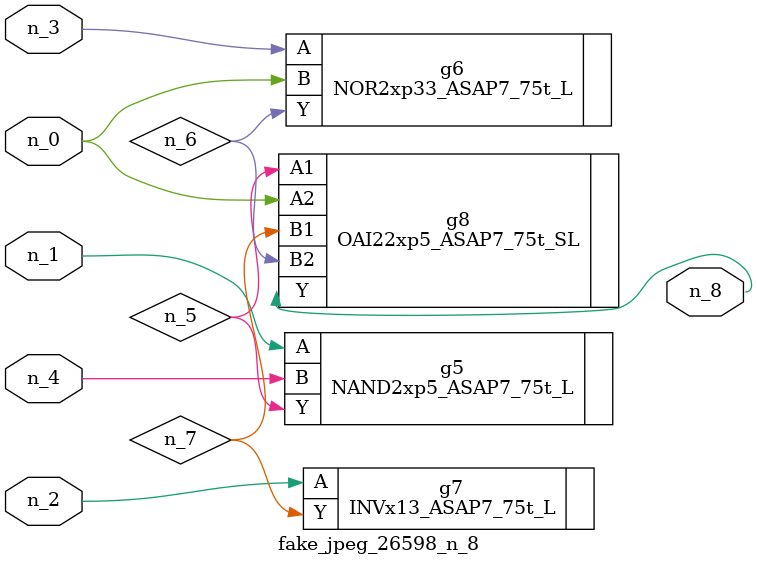
<source format=v>
module fake_jpeg_26598_n_8 (n_3, n_2, n_1, n_0, n_4, n_8);

input n_3;
input n_2;
input n_1;
input n_0;
input n_4;

output n_8;

wire n_6;
wire n_5;
wire n_7;

NAND2xp5_ASAP7_75t_L g5 ( 
.A(n_1),
.B(n_4),
.Y(n_5)
);

NOR2xp33_ASAP7_75t_L g6 ( 
.A(n_3),
.B(n_0),
.Y(n_6)
);

INVx13_ASAP7_75t_L g7 ( 
.A(n_2),
.Y(n_7)
);

OAI22xp5_ASAP7_75t_SL g8 ( 
.A1(n_5),
.A2(n_0),
.B1(n_7),
.B2(n_6),
.Y(n_8)
);


endmodule
</source>
